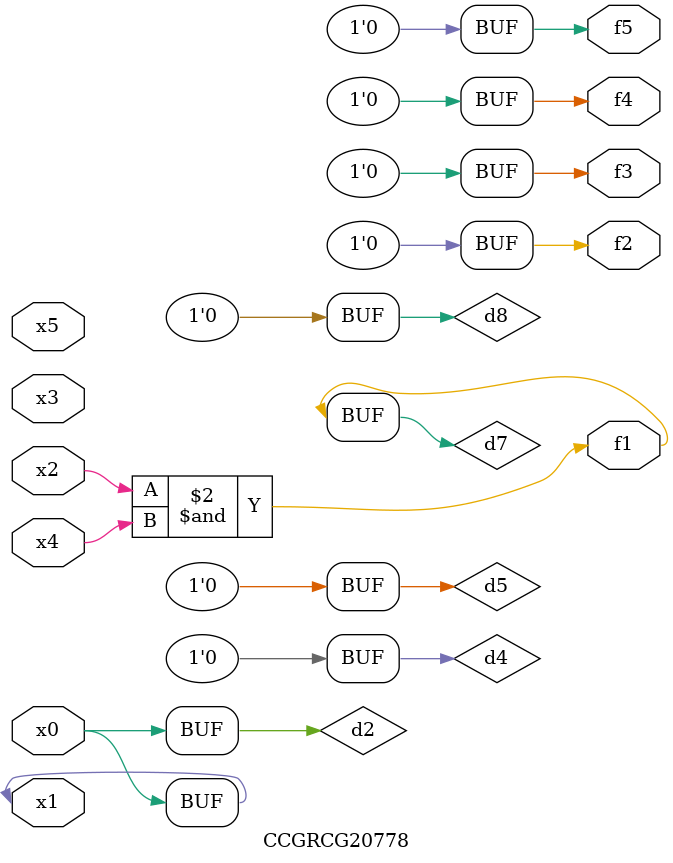
<source format=v>
module CCGRCG20778(
	input x0, x1, x2, x3, x4, x5,
	output f1, f2, f3, f4, f5
);

	wire d1, d2, d3, d4, d5, d6, d7, d8, d9;

	nand (d1, x1);
	buf (d2, x0, x1);
	nand (d3, x2, x4);
	and (d4, d1, d2);
	and (d5, d1, d2);
	nand (d6, d1, d3);
	not (d7, d3);
	xor (d8, d5);
	nor (d9, d5, d6);
	assign f1 = d7;
	assign f2 = d8;
	assign f3 = d8;
	assign f4 = d8;
	assign f5 = d8;
endmodule

</source>
